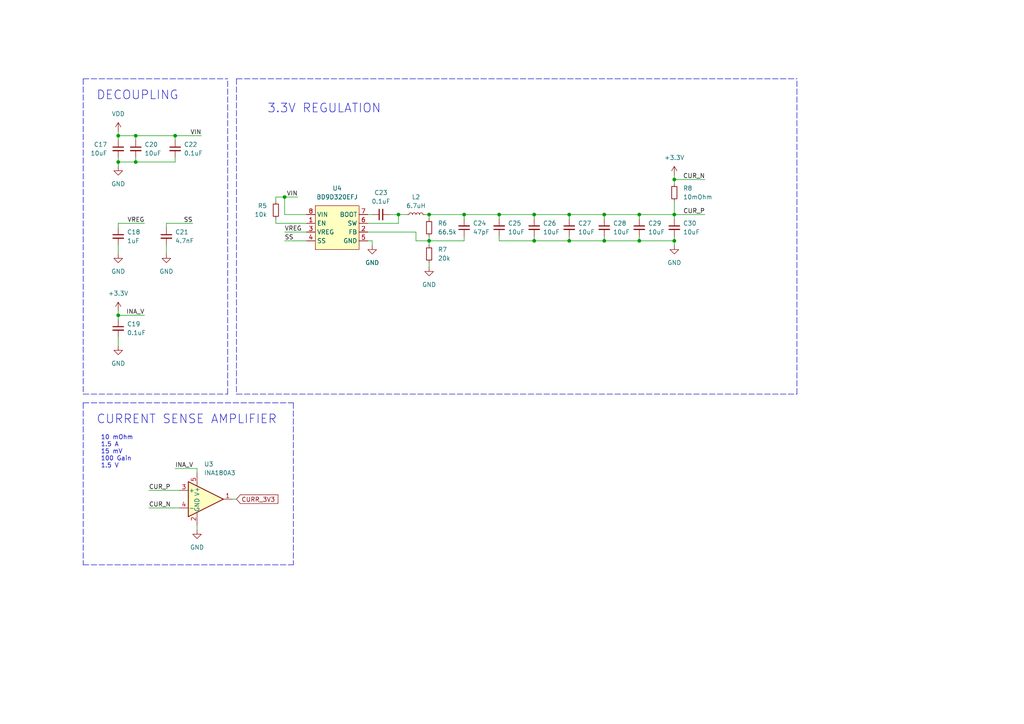
<source format=kicad_sch>
(kicad_sch (version 20211123) (generator eeschema)
  (paper "A4")
  (lib_symbols
    (symbol "Amplifier_Current:INA180A3" (pin_names (offset 0.127))
      (property "Reference" "U" (at 3.81 3.81 0))
      (property "Value" "INA180A3" (at 3.81 -2.54 0))
      (symbol "INA180A3_0_1"
        (polyline (pts (xy 5.08 0) (xy -5.08 5.08) (xy -5.08 -5.08) (xy 5.08 0)) (stroke (width 0.254)) (fill (type background)))
      )
      (symbol "INA180A3_1_1"
        (pin output line (at 7.62 0 180) (length 2.54) (name "~") (number "1"))
        (pin power_in line (at -2.54 -7.62 90) (length 3.81) (name "GND") (number "2"))
        (pin input line (at -7.62 2.54 0) (length 2.54) (name "+") (number "3"))
        (pin input line (at -7.62 -2.54 0) (length 2.54) (name "-") (number "4"))
        (pin power_in line (at -2.54 7.62 270) (length 3.81) (name "V+") (number "5"))
      )
    )
    (symbol "Device:C_Small" (pin_numbers hide) (pin_names (offset 0.254) hide)
      (property "Reference" "C" (at 0.254 1.778 0))
      (property "Value" "C_Small" (at 0.254 -2.032 0))
      (symbol "C_Small_0_1"
        (polyline (pts (xy -1.524 -0.508) (xy 1.524 -0.508)) (stroke (width 0.3302)))
        (polyline (pts (xy -1.524 0.508) (xy 1.524 0.508)) (stroke (width 0.3048)))
      )
      (symbol "C_Small_1_1"
        (pin passive line (at 0 2.54 270) (length 2.032) (name "~") (number "1"))
        (pin passive line (at 0 -2.54 90) (length 2.032) (name "~") (number "2"))
      )
    )
    (symbol "Device:L_Small" (pin_numbers hide) (pin_names (offset 0.254) hide)
      (property "Reference" "L" (at 0.762 1.016 0))
      (property "Value" "L_Small" (at 0.762 -1.016 0))
      (symbol "L_Small_0_1"
        (arc (start 0 -2.032) (mid 0.508 -1.524) (end 0 -1.016))
        (arc (start 0 -1.016) (mid 0.508 -0.508) (end 0 0))
        (arc (start 0 0) (mid 0.508 0.508) (end 0 1.016))
        (arc (start 0 1.016) (mid 0.508 1.524) (end 0 2.032))
      )
      (symbol "L_Small_1_1"
        (pin passive line (at 0 2.54 270) (length 0.508) (name "~") (number "1"))
        (pin passive line (at 0 -2.54 90) (length 0.508) (name "~") (number "2"))
      )
    )
    (symbol "Device:R_Small" (pin_numbers hide) (pin_names (offset 0.254) hide)
      (property "Reference" "R" (at 0.762 0.508 0))
      (property "Value" "R_Small" (at 0.762 -1.016 0))
      (symbol "R_Small_0_1"
        (rectangle (start -0.762 1.778) (end 0.762 -1.778) (stroke (width 0.2032)))
      )
      (symbol "R_Small_1_1"
        (pin passive line (at 0 2.54 270) (length 0.762) (name "~") (number "1"))
        (pin passive line (at 0 -2.54 90) (length 0.762) (name "~") (number "2"))
      )
    )
    (symbol "LOCAL:BD9D320EFJ"
      (property "Reference" "U" (at 0 6.35 0))
      (property "Value" "BD9D320EFJ" (at 0 8.89 0))
      (symbol "BD9D320EFJ_0_1"
        (rectangle (start -6.35 2.54) (end 6.35 -10.16) (fill (type background)))
      )
      (symbol "BD9D320EFJ_1_1"
        (pin input line (at -8.89 -2.54 0) (length 2.54) (name "EN") (number "1"))
        (pin input line (at 8.89 -5.08 180) (length 2.54) (name "FB") (number "2"))
        (pin input line (at -8.89 -5.08 0) (length 2.54) (name "VREG") (number "3"))
        (pin input line (at -8.89 -7.62 0) (length 2.54) (name "SS") (number "4"))
        (pin input line (at 8.89 -7.62 180) (length 2.54) (name "GND") (number "5"))
        (pin input line (at 8.89 -2.54 180) (length 2.54) (name "SW") (number "6"))
        (pin input line (at 8.89 0 180) (length 2.54) (name "BOOT") (number "7"))
        (pin input line (at -8.89 0 0) (length 2.54) (name "VIN") (number "8"))
        (pin input line (at 8.89 -7.62 180) (length 2.54) hide (name "GND") (number "9"))
      )
    )
    (symbol "power:+3.3V" (power) (pin_names (offset 0))
      (property "Value" "+3.3V" (at 0 3.556 0))
      (symbol "+3.3V_0_1"
        (polyline (pts (xy -0.762 1.27) (xy 0 2.54)))
        (polyline (pts (xy 0 0) (xy 0 2.54)))
        (polyline (pts (xy 0 2.54) (xy 0.762 1.27)))
      )
      (symbol "+3.3V_1_1"
        (pin power_in line (at 0 0 90) (length 0) hide (name "+3.3V") (number "1"))
      )
    )
    (symbol "power:GND" (power) (pin_names (offset 0))
      (property "Value" "GND" (at 0 -3.81 0))
      (symbol "GND_0_1"
        (polyline (pts (xy 0 0) (xy 0 -1.27) (xy 1.27 -1.27) (xy 0 -2.54) (xy -1.27 -1.27) (xy 0 -1.27)))
      )
      (symbol "GND_1_1"
        (pin power_in line (at 0 0 270) (length 0) hide (name "GND") (number "1"))
      )
    )
    (symbol "power:VDD" (power) (pin_names (offset 0))
      (property "Value" "VDD" (at 0 3.81 0))
      (symbol "VDD_0_1"
        (polyline (pts (xy -0.762 1.27) (xy 0 2.54)))
        (polyline (pts (xy 0 0) (xy 0 2.54)))
        (polyline (pts (xy 0 2.54) (xy 0.762 1.27)))
      )
      (symbol "VDD_1_1"
        (pin power_in line (at 0 0 90) (length 0) hide (name "VDD") (number "1"))
      )
    )
  )
  (junction (at 39.37 39.37))
  (junction (at 175.26 62.23))
  (junction (at 50.8 39.37))
  (junction (at 154.94 62.23))
  (junction (at 124.46 62.23))
  (junction (at 165.1 69.85))
  (junction (at 134.62 62.23))
  (junction (at 195.58 52.07))
  (junction (at 175.26 69.85))
  (junction (at 34.29 39.37))
  (junction (at 115.57 62.23))
  (junction (at 144.78 62.23))
  (junction (at 39.37 46.99))
  (junction (at 185.42 69.85))
  (junction (at 82.55 57.15))
  (junction (at 34.29 46.99))
  (junction (at 165.1 62.23))
  (junction (at 34.29 91.44))
  (junction (at 195.58 62.23))
  (junction (at 195.58 69.85))
  (junction (at 154.94 69.85))
  (junction (at 185.42 62.23))
  (junction (at 124.46 69.85))
  (wire (pts (xy 134.62 62.23) (xy 144.78 62.23)))
  (wire (pts (xy 57.15 135.89) (xy 57.15 137.16)))
  (wire (pts (xy 34.29 46.99) (xy 34.29 48.26)))
  (wire (pts (xy 52.07 142.24) (xy 43.18 142.24)))
  (polyline (pts (xy 68.58 22.86) (xy 231.14 22.86)))
  (polyline (pts (xy 24.13 116.84) (xy 85.09 116.84)))
  (wire (pts (xy 165.1 62.23) (xy 175.26 62.23)))
  (polyline (pts (xy 68.58 114.3) (xy 231.14 114.3)))
  (wire (pts (xy 195.58 62.23) (xy 204.47 62.23)))
  (wire (pts (xy 106.68 67.31) (xy 120.65 67.31)))
  (polyline (pts (xy 68.58 22.86) (xy 68.58 114.3)))
  (wire (pts (xy 144.78 68.58) (xy 144.78 69.85)))
  (wire (pts (xy 195.58 50.8) (xy 195.58 52.07)))
  (wire (pts (xy 82.55 57.15) (xy 86.36 57.15)))
  (wire (pts (xy 50.8 46.99) (xy 50.8 45.72)))
  (wire (pts (xy 55.88 64.77) (xy 48.26 64.77)))
  (wire (pts (xy 106.68 69.85) (xy 107.95 69.85)))
  (wire (pts (xy 34.29 40.64) (xy 34.29 39.37)))
  (wire (pts (xy 154.94 68.58) (xy 154.94 69.85)))
  (wire (pts (xy 80.01 64.77) (xy 88.9 64.77)))
  (wire (pts (xy 134.62 69.85) (xy 134.62 68.58)))
  (wire (pts (xy 195.58 68.58) (xy 195.58 69.85)))
  (wire (pts (xy 82.55 67.31) (xy 88.9 67.31)))
  (wire (pts (xy 154.94 62.23) (xy 154.94 63.5)))
  (wire (pts (xy 34.29 39.37) (xy 39.37 39.37)))
  (wire (pts (xy 82.55 57.15) (xy 82.55 62.23)))
  (polyline (pts (xy 24.13 163.83) (xy 85.09 163.83)))
  (wire (pts (xy 58.42 39.37) (xy 50.8 39.37)))
  (wire (pts (xy 134.62 62.23) (xy 134.62 63.5)))
  (polyline (pts (xy 24.13 114.3) (xy 66.04 114.3)))
  (wire (pts (xy 113.03 62.23) (xy 115.57 62.23)))
  (wire (pts (xy 120.65 69.85) (xy 120.65 67.31)))
  (wire (pts (xy 185.42 62.23) (xy 185.42 63.5)))
  (wire (pts (xy 80.01 57.15) (xy 80.01 58.42)))
  (polyline (pts (xy 24.13 22.86) (xy 66.04 22.86)))
  (polyline (pts (xy 24.13 22.86) (xy 24.13 114.3)))
  (wire (pts (xy 82.55 62.23) (xy 88.9 62.23)))
  (wire (pts (xy 154.94 62.23) (xy 165.1 62.23)))
  (wire (pts (xy 52.07 147.32) (xy 43.18 147.32)))
  (wire (pts (xy 50.8 135.89) (xy 57.15 135.89)))
  (wire (pts (xy 124.46 69.85) (xy 134.62 69.85)))
  (wire (pts (xy 165.1 68.58) (xy 165.1 69.85)))
  (wire (pts (xy 34.29 91.44) (xy 34.29 92.71)))
  (wire (pts (xy 48.26 71.12) (xy 48.26 73.66)))
  (wire (pts (xy 80.01 57.15) (xy 82.55 57.15)))
  (wire (pts (xy 124.46 69.85) (xy 120.65 69.85)))
  (wire (pts (xy 195.58 62.23) (xy 195.58 63.5)))
  (wire (pts (xy 39.37 46.99) (xy 50.8 46.99)))
  (wire (pts (xy 115.57 64.77) (xy 115.57 62.23)))
  (wire (pts (xy 107.95 69.85) (xy 107.95 71.12)))
  (wire (pts (xy 34.29 71.12) (xy 34.29 73.66)))
  (wire (pts (xy 34.29 97.79) (xy 34.29 100.33)))
  (wire (pts (xy 185.42 69.85) (xy 175.26 69.85)))
  (wire (pts (xy 39.37 46.99) (xy 39.37 45.72)))
  (wire (pts (xy 165.1 62.23) (xy 165.1 63.5)))
  (wire (pts (xy 34.29 64.77) (xy 34.29 66.04)))
  (wire (pts (xy 34.29 45.72) (xy 34.29 46.99)))
  (wire (pts (xy 175.26 62.23) (xy 175.26 63.5)))
  (wire (pts (xy 195.58 69.85) (xy 195.58 71.12)))
  (wire (pts (xy 195.58 69.85) (xy 185.42 69.85)))
  (wire (pts (xy 154.94 69.85) (xy 144.78 69.85)))
  (wire (pts (xy 50.8 40.64) (xy 50.8 39.37)))
  (wire (pts (xy 41.91 91.44) (xy 34.29 91.44)))
  (wire (pts (xy 39.37 39.37) (xy 39.37 40.64)))
  (wire (pts (xy 34.29 90.17) (xy 34.29 91.44)))
  (wire (pts (xy 144.78 62.23) (xy 144.78 63.5)))
  (polyline (pts (xy 66.04 114.3) (xy 66.04 22.86)))
  (wire (pts (xy 195.58 52.07) (xy 195.58 53.34)))
  (wire (pts (xy 195.58 58.42) (xy 195.58 62.23)))
  (wire (pts (xy 41.91 64.77) (xy 34.29 64.77)))
  (wire (pts (xy 144.78 62.23) (xy 154.94 62.23)))
  (wire (pts (xy 34.29 38.1) (xy 34.29 39.37)))
  (wire (pts (xy 106.68 62.23) (xy 107.95 62.23)))
  (wire (pts (xy 124.46 68.58) (xy 124.46 69.85)))
  (wire (pts (xy 124.46 69.85) (xy 124.46 71.12)))
  (wire (pts (xy 185.42 62.23) (xy 195.58 62.23)))
  (polyline (pts (xy 231.14 114.3) (xy 231.14 22.86)))
  (wire (pts (xy 175.26 68.58) (xy 175.26 69.85)))
  (wire (pts (xy 48.26 64.77) (xy 48.26 66.04)))
  (wire (pts (xy 195.58 52.07) (xy 204.47 52.07)))
  (wire (pts (xy 82.55 69.85) (xy 88.9 69.85)))
  (wire (pts (xy 124.46 62.23) (xy 124.46 63.5)))
  (wire (pts (xy 124.46 62.23) (xy 134.62 62.23)))
  (wire (pts (xy 106.68 64.77) (xy 115.57 64.77)))
  (wire (pts (xy 185.42 68.58) (xy 185.42 69.85)))
  (polyline (pts (xy 24.13 116.84) (xy 24.13 163.83)))
  (polyline (pts (xy 85.09 116.84) (xy 85.09 163.83)))
  (wire (pts (xy 115.57 62.23) (xy 118.11 62.23)))
  (wire (pts (xy 123.19 62.23) (xy 124.46 62.23)))
  (wire (pts (xy 175.26 69.85) (xy 165.1 69.85)))
  (wire (pts (xy 124.46 76.2) (xy 124.46 77.47)))
  (wire (pts (xy 57.15 152.4) (xy 57.15 153.67)))
  (wire (pts (xy 34.29 46.99) (xy 39.37 46.99)))
  (wire (pts (xy 67.31 144.78) (xy 68.58 144.78)))
  (wire (pts (xy 80.01 63.5) (xy 80.01 64.77)))
  (wire (pts (xy 175.26 62.23) (xy 185.42 62.23)))
  (wire (pts (xy 50.8 39.37) (xy 39.37 39.37)))
  (wire (pts (xy 165.1 69.85) (xy 154.94 69.85)))
  (text "10 mOhm\n1.5 A\n15 mV\n100 Gain\n1.5 V" (at 29.21 135.89 0) (effects (font (size 1.27 1.27)) (justify left bottom)))
  (text "CURRENT SENSE AMPLIFIER\n" (at 27.94 123.19 0) (effects (font (size 2.54 2.54)) (justify left bottom)))
  (text "3.3V REGULATION" (at 77.47 33.02 0) (effects (font (size 2.54 2.54)) (justify left bottom)))
  (text "DECOUPLING" (at 27.94 29.21 0) (effects (font (size 2.54 2.54)) (justify left bottom)))
  (label "VIN" (at 58.42 39.37 180))
  (label "VIN" (at 86.36 57.15 180))
  (label "CUR_P" (at 204.47 62.23 180))
  (label "CUR_N" (at 204.47 52.07 180))
  (label "SS" (at 55.88 64.77 180))
  (label "VREG" (at 82.55 67.31 0))
  (label "VREG" (at 41.91 64.77 180))
  (label "CUR_P" (at 43.18 142.24 0))
  (label "CUR_N" (at 43.18 147.32 0))
  (label "SS" (at 82.55 69.85 0))
  (label "INA_V" (at 50.8 135.89 0))
  (label "INA_V" (at 41.91 91.44 180))
  (global_label "CURR_3V3" (shape input) (at 68.58 144.78 0) (property "Intersheet References" "${INTERSHEET_REFS}" (effects hide)))
  (symbol (lib_id "Device:C_Small") (at 185.42 66.04 0) (unit 1)
    (property "Reference" "C29" (at 187.96 64.7762 0) (effects (justify left)))
    (property "Value" "10uF" (at 187.96 67.3162 0) (effects (justify left)))
    (property "Footprint" "Capacitor_SMD:C_0805_2012Metric" (effects hide))
  )
  (symbol (lib_id "Device:L_Small") (at 120.65 62.23 90) (unit 1)
    (property "Reference" "L2" (at 120.65 57.15 90))
    (property "Value" "6.7uH" (at 120.65 59.69 90))
    (property "Footprint" "LOCAL:HM72L-06306R8" (effects hide))
  )
  (symbol (lib_id "power:GND") (at 107.95 71.12 0) (unit 1)
    (property "Reference" "#PWR0115" (effects hide))
    (property "Value" "GND" (at 107.95 76.2 0))
  )
  (symbol (lib_id "Device:R_Small") (at 124.46 73.66 180) (unit 1)
    (property "Reference" "R7" (at 127 72.3899 0) (effects (justify right)))
    (property "Value" "20k" (at 127 74.9299 0) (effects (justify right)))
    (property "Footprint" "Resistor_SMD:R_0603_1608Metric" (effects hide))
  )
  (symbol (lib_id "power:GND") (at 124.46 77.47 0) (unit 1)
    (property "Reference" "#PWR0112" (effects hide))
    (property "Value" "GND" (at 124.46 82.55 0))
  )
  (symbol (lib_id "Device:R_Small") (at 195.58 55.88 180) (unit 1)
    (property "Reference" "R8" (at 198.12 54.6099 0) (effects (justify right)))
    (property "Value" "10mOhm" (at 198.12 57.1499 0) (effects (justify right)))
    (property "Footprint" "LOCAL:0508" (effects hide))
  )
  (symbol (lib_id "power:+3.3V") (at 34.29 90.17 0) (unit 1)
    (property "Reference" "#PWR0119" (effects hide))
    (property "Value" "+3.3V" (at 34.29 85.09 0))
  )
  (symbol (lib_id "Device:C_Small") (at 154.94 66.04 0) (unit 1)
    (property "Reference" "C26" (at 157.48 64.7762 0) (effects (justify left)))
    (property "Value" "10uF" (at 157.48 67.3162 0) (effects (justify left)))
    (property "Footprint" "Capacitor_SMD:C_0805_2012Metric" (effects hide))
  )
  (symbol (lib_id "power:GND") (at 48.26 73.66 0) (unit 1)
    (property "Reference" "#PWR0122" (effects hide))
    (property "Value" "GND" (at 48.26 78.74 0))
  )
  (symbol (lib_id "power:GND") (at 34.29 100.33 0) (unit 1)
    (property "Reference" "#PWR0116" (effects hide))
    (property "Value" "GND" (at 34.29 105.41 0))
  )
  (symbol (lib_id "Device:R_Small") (at 124.46 66.04 180) (unit 1)
    (property "Reference" "R6" (at 127 64.7699 0) (effects (justify right)))
    (property "Value" "66.5k" (at 127 67.3099 0) (effects (justify right)))
    (property "Footprint" "Resistor_SMD:R_0603_1608Metric" (effects hide))
  )
  (symbol (lib_id "power:GND") (at 34.29 73.66 0) (unit 1)
    (property "Reference" "#PWR0120" (effects hide))
    (property "Value" "GND" (at 34.29 78.74 0))
  )
  (symbol (lib_id "Device:C_Small") (at 34.29 68.58 0) (unit 1)
    (property "Reference" "C18" (at 36.83 67.3162 0) (effects (justify left)))
    (property "Value" "1uF" (at 36.83 69.8562 0) (effects (justify left)))
    (property "Footprint" "Capacitor_SMD:C_0603_1608Metric" (effects hide))
  )
  (symbol (lib_id "power:GND") (at 195.58 71.12 0) (unit 1)
    (property "Reference" "#PWR0113" (effects hide))
    (property "Value" "GND" (at 195.58 76.2 0))
  )
  (symbol (lib_id "power:+3.3V") (at 195.58 50.8 0) (unit 1)
    (property "Reference" "#PWR0114" (effects hide))
    (property "Value" "+3.3V" (at 195.58 45.72 0))
  )
  (symbol (lib_id "LOCAL:BD9D320EFJ") (at 97.79 62.23 0) (unit 1)
    (property "Reference" "U4" (at 97.79 54.61 0))
    (property "Value" "BD9D320EFJ" (at 97.79 57.15 0))
    (property "Footprint" "Package_SO:HSOP-8-1EP_3.9x4.9mm_P1.27mm_EP2.41x3.1mm" (effects hide))
    (property "Datasheet" "https://eu.mouser.com/datasheet/2/348/bd9d320efj-e-1874317.pdf" (effects hide))
  )
  (symbol (lib_id "Device:C_Small") (at 110.49 62.23 90) (unit 1)
    (property "Reference" "C23" (at 110.4963 55.88 90))
    (property "Value" "0.1uF" (at 110.4963 58.42 90))
    (property "Footprint" "Capacitor_SMD:C_0402_1005Metric" (effects hide))
  )
  (symbol (lib_id "Amplifier_Current:INA180A3") (at 59.69 144.78 0) (unit 1)
    (property "Reference" "U3" (at 59.1694 134.62 0) (effects (justify left)))
    (property "Value" "INA180A3" (at 59.1694 137.16 0) (effects (justify left)))
    (property "Footprint" "Package_TO_SOT_SMD:SOT-23-5" (effects hide))
    (property "Datasheet" "http://www.ti.com/lit/ds/symlink/ina180.pdf" (effects hide))
  )
  (symbol (lib_id "power:GND") (at 57.15 153.67 0) (unit 1)
    (property "Reference" "#PWR0117" (effects hide))
    (property "Value" "GND" (at 57.15 158.75 0))
  )
  (symbol (lib_id "Device:C_Small") (at 175.26 66.04 0) (unit 1)
    (property "Reference" "C28" (at 177.8 64.7762 0) (effects (justify left)))
    (property "Value" "10uF" (at 177.8 67.3162 0) (effects (justify left)))
    (property "Footprint" "Capacitor_SMD:C_0805_2012Metric" (effects hide))
  )
  (symbol (lib_id "Device:C_Small") (at 34.29 95.25 0) (unit 1)
    (property "Reference" "C19" (at 36.83 93.9862 0) (effects (justify left)))
    (property "Value" "0.1uF" (at 36.83 96.5262 0) (effects (justify left)))
    (property "Footprint" "Capacitor_SMD:C_0402_1005Metric" (effects hide))
  )
  (symbol (lib_id "power:VDD") (at 34.29 38.1 0) (unit 1)
    (property "Reference" "#PWR0118" (effects hide))
    (property "Value" "VDD" (at 34.29 33.02 0))
  )
  (symbol (lib_id "Device:C_Small") (at 144.78 66.04 180) (unit 1)
    (property "Reference" "C25" (at 147.32 64.7635 0) (effects (justify right)))
    (property "Value" "10uF" (at 147.32 67.3035 0) (effects (justify right)))
    (property "Footprint" "Capacitor_SMD:C_0805_2012Metric" (effects hide))
  )
  (symbol (lib_id "Device:C_Small") (at 39.37 43.18 0) (unit 1)
    (property "Reference" "C20" (at 41.91 41.9162 0) (effects (justify left)))
    (property "Value" "10uF" (at 41.91 44.4562 0) (effects (justify left)))
    (property "Footprint" "Capacitor_SMD:C_0805_2012Metric" (effects hide))
  )
  (symbol (lib_id "Device:C_Small") (at 50.8 43.18 0) (unit 1)
    (property "Reference" "C22" (at 53.34 41.9162 0) (effects (justify left)))
    (property "Value" "0.1uF" (at 53.34 44.4562 0) (effects (justify left)))
    (property "Footprint" "Capacitor_SMD:C_0402_1005Metric" (effects hide))
  )
  (symbol (lib_id "Device:C_Small") (at 48.26 68.58 0) (unit 1)
    (property "Reference" "C21" (at 50.8 67.3162 0) (effects (justify left)))
    (property "Value" "4.7nF" (at 50.8 69.8562 0) (effects (justify left)))
    (property "Footprint" "Capacitor_SMD:C_0402_1005Metric" (effects hide))
  )
  (symbol (lib_id "Device:C_Small") (at 134.62 66.04 180) (unit 1)
    (property "Reference" "C24" (at 137.16 64.7635 0) (effects (justify right)))
    (property "Value" "47pF" (at 137.16 67.3035 0) (effects (justify right)))
    (property "Footprint" "Capacitor_SMD:C_0402_1005Metric" (effects hide))
  )
  (symbol (lib_id "Device:C_Small") (at 195.58 66.04 0) (unit 1)
    (property "Reference" "C30" (at 198.12 64.7762 0) (effects (justify left)))
    (property "Value" "10uF" (at 198.12 67.3162 0) (effects (justify left)))
    (property "Footprint" "Capacitor_SMD:C_0805_2012Metric" (effects hide))
  )
  (symbol (lib_id "Device:R_Small") (at 80.01 60.96 0) (unit 1)
    (property "Reference" "R5" (at 77.47 59.6899 0) (effects (justify right)))
    (property "Value" "10k" (at 77.47 62.2299 0) (effects (justify right)))
    (property "Footprint" "Resistor_SMD:R_0603_1608Metric" (effects hide))
  )
  (symbol (lib_id "power:GND") (at 34.29 48.26 0) (unit 1)
    (property "Reference" "#PWR0121" (effects hide))
    (property "Value" "GND" (at 34.29 53.34 0))
  )
  (symbol (lib_id "Device:C_Small") (at 165.1 66.04 0) (unit 1)
    (property "Reference" "C27" (at 167.64 64.7762 0) (effects (justify left)))
    (property "Value" "10uF" (at 167.64 67.3162 0) (effects (justify left)))
    (property "Footprint" "Capacitor_SMD:C_0805_2012Metric" (effects hide))
  )
  (symbol (lib_id "Device:C_Small") (at 34.29 43.18 0) (unit 1)
    (property "Reference" "C17" (at 31.115 41.9162 0) (effects (justify right)))
    (property "Value" "10uF" (at 31.115 44.4562 0) (effects (justify right)))
    (property "Footprint" "Capacitor_SMD:C_0805_2012Metric" (effects hide))
  )
)
</source>
